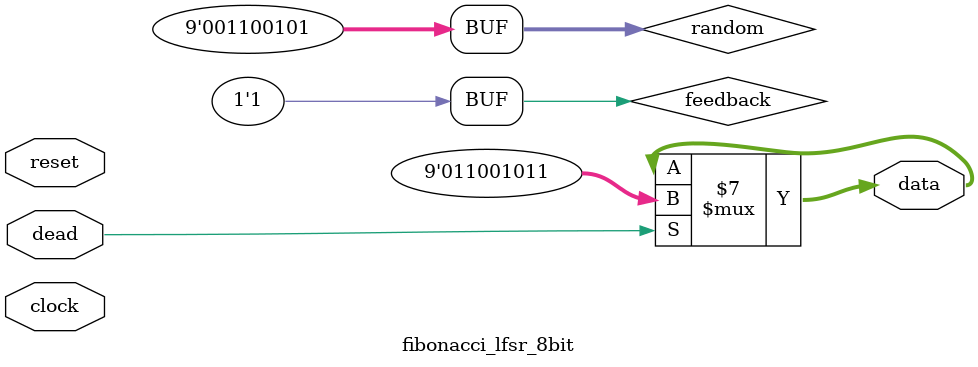
<source format=v>
module fibonacci_lfsr_8bit(
  input  clock,
  input  reset,
  input dead,
  
  output [8:0] data
);

	reg feedback;
	reg [8:0] random;
	
	initial
		random <= 8'b01100101;
	always @(*) begin
		 feedback <=  random[7] ^ (random[5] ^ (random[3] ^ (random[2] ^ random[0])));
	 end
	 
	assign data = (dead == 1) ? {random[7:0], feedback} : data ;

endmodule
</source>
